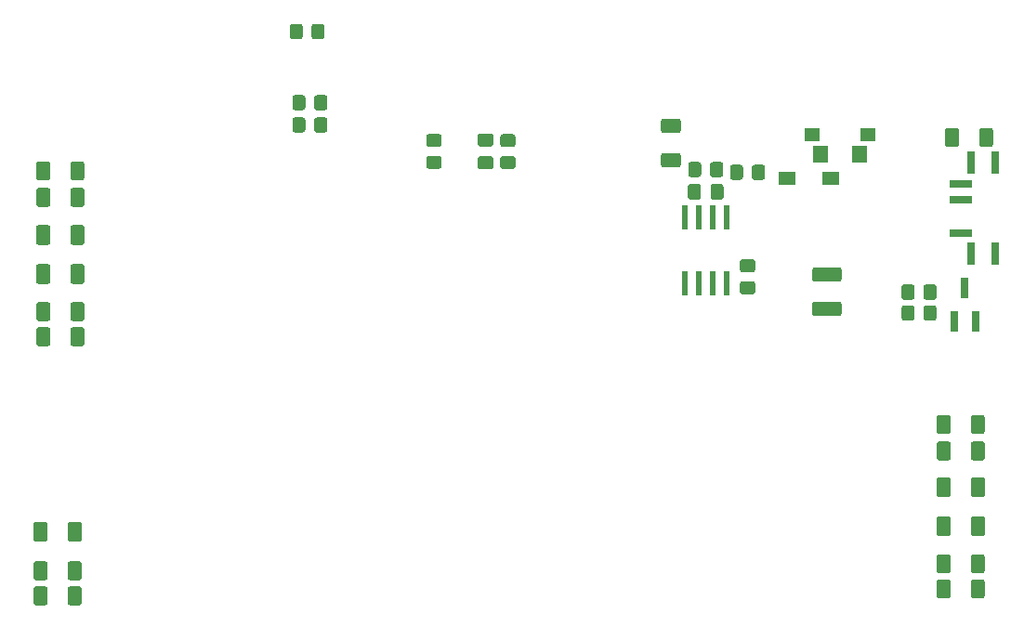
<source format=gtp>
G04 #@! TF.GenerationSoftware,KiCad,Pcbnew,(5.1.8)-1*
G04 #@! TF.CreationDate,2021-07-21T13:34:53+02:00*
G04 #@! TF.ProjectId,sensactHsLed,73656e73-6163-4744-9873-4c65642e6b69,rev?*
G04 #@! TF.SameCoordinates,Original*
G04 #@! TF.FileFunction,Paste,Top*
G04 #@! TF.FilePolarity,Positive*
%FSLAX46Y46*%
G04 Gerber Fmt 4.6, Leading zero omitted, Abs format (unit mm)*
G04 Created by KiCad (PCBNEW (5.1.8)-1) date 2021-07-21 13:34:53*
%MOMM*%
%LPD*%
G01*
G04 APERTURE LIST*
%ADD10R,1.600000X1.200000*%
%ADD11R,0.800000X2.000000*%
%ADD12R,2.000000X0.700000*%
%ADD13R,1.400000X1.200000*%
%ADD14R,1.400000X1.600000*%
%ADD15R,0.800000X1.900000*%
%ADD16R,0.600000X2.200000*%
G04 APERTURE END LIST*
D10*
X179165000Y-112649000D03*
X175165000Y-112649000D03*
G36*
G01*
X171977000Y-112591001D02*
X171977000Y-111690999D01*
G75*
G02*
X172226999Y-111441000I249999J0D01*
G01*
X172927001Y-111441000D01*
G75*
G02*
X173177000Y-111690999I0J-249999D01*
G01*
X173177000Y-112591001D01*
G75*
G02*
X172927001Y-112841000I-249999J0D01*
G01*
X172226999Y-112841000D01*
G75*
G02*
X171977000Y-112591001I0J249999D01*
G01*
G37*
G36*
G01*
X169977000Y-112591001D02*
X169977000Y-111690999D01*
G75*
G02*
X170226999Y-111441000I249999J0D01*
G01*
X170927001Y-111441000D01*
G75*
G02*
X171177000Y-111690999I0J-249999D01*
G01*
X171177000Y-112591001D01*
G75*
G02*
X170927001Y-112841000I-249999J0D01*
G01*
X170226999Y-112841000D01*
G75*
G02*
X169977000Y-112591001I0J249999D01*
G01*
G37*
G36*
G01*
X168167000Y-112337001D02*
X168167000Y-111436999D01*
G75*
G02*
X168416999Y-111187000I249999J0D01*
G01*
X169117001Y-111187000D01*
G75*
G02*
X169367000Y-111436999I0J-249999D01*
G01*
X169367000Y-112337001D01*
G75*
G02*
X169117001Y-112587000I-249999J0D01*
G01*
X168416999Y-112587000D01*
G75*
G02*
X168167000Y-112337001I0J249999D01*
G01*
G37*
G36*
G01*
X166167000Y-112337001D02*
X166167000Y-111436999D01*
G75*
G02*
X166416999Y-111187000I249999J0D01*
G01*
X167117001Y-111187000D01*
G75*
G02*
X167367000Y-111436999I0J-249999D01*
G01*
X167367000Y-112337001D01*
G75*
G02*
X167117001Y-112587000I-249999J0D01*
G01*
X166416999Y-112587000D01*
G75*
G02*
X166167000Y-112337001I0J249999D01*
G01*
G37*
G36*
G01*
X179916001Y-122124500D02*
X177715999Y-122124500D01*
G75*
G02*
X177466000Y-121874501I0J249999D01*
G01*
X177466000Y-121049499D01*
G75*
G02*
X177715999Y-120799500I249999J0D01*
G01*
X179916001Y-120799500D01*
G75*
G02*
X180166000Y-121049499I0J-249999D01*
G01*
X180166000Y-121874501D01*
G75*
G02*
X179916001Y-122124500I-249999J0D01*
G01*
G37*
G36*
G01*
X179916001Y-125249500D02*
X177715999Y-125249500D01*
G75*
G02*
X177466000Y-124999501I0J249999D01*
G01*
X177466000Y-124174499D01*
G75*
G02*
X177715999Y-123924500I249999J0D01*
G01*
X179916001Y-123924500D01*
G75*
G02*
X180166000Y-124174499I0J-249999D01*
G01*
X180166000Y-124999501D01*
G75*
G02*
X179916001Y-125249500I-249999J0D01*
G01*
G37*
G36*
G01*
X191908000Y-150739000D02*
X191908000Y-149489000D01*
G75*
G02*
X192158000Y-149239000I250000J0D01*
G01*
X192958000Y-149239000D01*
G75*
G02*
X193208000Y-149489000I0J-250000D01*
G01*
X193208000Y-150739000D01*
G75*
G02*
X192958000Y-150989000I-250000J0D01*
G01*
X192158000Y-150989000D01*
G75*
G02*
X191908000Y-150739000I0J250000D01*
G01*
G37*
G36*
G01*
X188808000Y-150739000D02*
X188808000Y-149489000D01*
G75*
G02*
X189058000Y-149239000I250000J0D01*
G01*
X189858000Y-149239000D01*
G75*
G02*
X190108000Y-149489000I0J-250000D01*
G01*
X190108000Y-150739000D01*
G75*
G02*
X189858000Y-150989000I-250000J0D01*
G01*
X189058000Y-150989000D01*
G75*
G02*
X188808000Y-150739000I0J250000D01*
G01*
G37*
G36*
G01*
X191908000Y-148453000D02*
X191908000Y-147203000D01*
G75*
G02*
X192158000Y-146953000I250000J0D01*
G01*
X192958000Y-146953000D01*
G75*
G02*
X193208000Y-147203000I0J-250000D01*
G01*
X193208000Y-148453000D01*
G75*
G02*
X192958000Y-148703000I-250000J0D01*
G01*
X192158000Y-148703000D01*
G75*
G02*
X191908000Y-148453000I0J250000D01*
G01*
G37*
G36*
G01*
X188808000Y-148453000D02*
X188808000Y-147203000D01*
G75*
G02*
X189058000Y-146953000I250000J0D01*
G01*
X189858000Y-146953000D01*
G75*
G02*
X190108000Y-147203000I0J-250000D01*
G01*
X190108000Y-148453000D01*
G75*
G02*
X189858000Y-148703000I-250000J0D01*
G01*
X189058000Y-148703000D01*
G75*
G02*
X188808000Y-148453000I0J250000D01*
G01*
G37*
G36*
G01*
X191908000Y-135753000D02*
X191908000Y-134503000D01*
G75*
G02*
X192158000Y-134253000I250000J0D01*
G01*
X192958000Y-134253000D01*
G75*
G02*
X193208000Y-134503000I0J-250000D01*
G01*
X193208000Y-135753000D01*
G75*
G02*
X192958000Y-136003000I-250000J0D01*
G01*
X192158000Y-136003000D01*
G75*
G02*
X191908000Y-135753000I0J250000D01*
G01*
G37*
G36*
G01*
X188808000Y-135753000D02*
X188808000Y-134503000D01*
G75*
G02*
X189058000Y-134253000I250000J0D01*
G01*
X189858000Y-134253000D01*
G75*
G02*
X190108000Y-134503000I0J-250000D01*
G01*
X190108000Y-135753000D01*
G75*
G02*
X189858000Y-136003000I-250000J0D01*
G01*
X189058000Y-136003000D01*
G75*
G02*
X188808000Y-135753000I0J250000D01*
G01*
G37*
G36*
G01*
X191908000Y-138166000D02*
X191908000Y-136916000D01*
G75*
G02*
X192158000Y-136666000I250000J0D01*
G01*
X192958000Y-136666000D01*
G75*
G02*
X193208000Y-136916000I0J-250000D01*
G01*
X193208000Y-138166000D01*
G75*
G02*
X192958000Y-138416000I-250000J0D01*
G01*
X192158000Y-138416000D01*
G75*
G02*
X191908000Y-138166000I0J250000D01*
G01*
G37*
G36*
G01*
X188808000Y-138166000D02*
X188808000Y-136916000D01*
G75*
G02*
X189058000Y-136666000I250000J0D01*
G01*
X189858000Y-136666000D01*
G75*
G02*
X190108000Y-136916000I0J-250000D01*
G01*
X190108000Y-138166000D01*
G75*
G02*
X189858000Y-138416000I-250000J0D01*
G01*
X189058000Y-138416000D01*
G75*
G02*
X188808000Y-138166000I0J250000D01*
G01*
G37*
G36*
G01*
X107812000Y-150124000D02*
X107812000Y-151374000D01*
G75*
G02*
X107562000Y-151624000I-250000J0D01*
G01*
X106762000Y-151624000D01*
G75*
G02*
X106512000Y-151374000I0J250000D01*
G01*
X106512000Y-150124000D01*
G75*
G02*
X106762000Y-149874000I250000J0D01*
G01*
X107562000Y-149874000D01*
G75*
G02*
X107812000Y-150124000I0J-250000D01*
G01*
G37*
G36*
G01*
X110912000Y-150124000D02*
X110912000Y-151374000D01*
G75*
G02*
X110662000Y-151624000I-250000J0D01*
G01*
X109862000Y-151624000D01*
G75*
G02*
X109612000Y-151374000I0J250000D01*
G01*
X109612000Y-150124000D01*
G75*
G02*
X109862000Y-149874000I250000J0D01*
G01*
X110662000Y-149874000D01*
G75*
G02*
X110912000Y-150124000I0J-250000D01*
G01*
G37*
G36*
G01*
X107812000Y-147838000D02*
X107812000Y-149088000D01*
G75*
G02*
X107562000Y-149338000I-250000J0D01*
G01*
X106762000Y-149338000D01*
G75*
G02*
X106512000Y-149088000I0J250000D01*
G01*
X106512000Y-147838000D01*
G75*
G02*
X106762000Y-147588000I250000J0D01*
G01*
X107562000Y-147588000D01*
G75*
G02*
X107812000Y-147838000I0J-250000D01*
G01*
G37*
G36*
G01*
X110912000Y-147838000D02*
X110912000Y-149088000D01*
G75*
G02*
X110662000Y-149338000I-250000J0D01*
G01*
X109862000Y-149338000D01*
G75*
G02*
X109612000Y-149088000I0J250000D01*
G01*
X109612000Y-147838000D01*
G75*
G02*
X109862000Y-147588000I250000J0D01*
G01*
X110662000Y-147588000D01*
G75*
G02*
X110912000Y-147838000I0J-250000D01*
G01*
G37*
G36*
G01*
X108066000Y-126502000D02*
X108066000Y-127752000D01*
G75*
G02*
X107816000Y-128002000I-250000J0D01*
G01*
X107016000Y-128002000D01*
G75*
G02*
X106766000Y-127752000I0J250000D01*
G01*
X106766000Y-126502000D01*
G75*
G02*
X107016000Y-126252000I250000J0D01*
G01*
X107816000Y-126252000D01*
G75*
G02*
X108066000Y-126502000I0J-250000D01*
G01*
G37*
G36*
G01*
X111166000Y-126502000D02*
X111166000Y-127752000D01*
G75*
G02*
X110916000Y-128002000I-250000J0D01*
G01*
X110116000Y-128002000D01*
G75*
G02*
X109866000Y-127752000I0J250000D01*
G01*
X109866000Y-126502000D01*
G75*
G02*
X110116000Y-126252000I250000J0D01*
G01*
X110916000Y-126252000D01*
G75*
G02*
X111166000Y-126502000I0J-250000D01*
G01*
G37*
G36*
G01*
X108066000Y-124216000D02*
X108066000Y-125466000D01*
G75*
G02*
X107816000Y-125716000I-250000J0D01*
G01*
X107016000Y-125716000D01*
G75*
G02*
X106766000Y-125466000I0J250000D01*
G01*
X106766000Y-124216000D01*
G75*
G02*
X107016000Y-123966000I250000J0D01*
G01*
X107816000Y-123966000D01*
G75*
G02*
X108066000Y-124216000I0J-250000D01*
G01*
G37*
G36*
G01*
X111166000Y-124216000D02*
X111166000Y-125466000D01*
G75*
G02*
X110916000Y-125716000I-250000J0D01*
G01*
X110116000Y-125716000D01*
G75*
G02*
X109866000Y-125466000I0J250000D01*
G01*
X109866000Y-124216000D01*
G75*
G02*
X110116000Y-123966000I250000J0D01*
G01*
X110916000Y-123966000D01*
G75*
G02*
X111166000Y-124216000I0J-250000D01*
G01*
G37*
G36*
G01*
X108066000Y-111389000D02*
X108066000Y-112639000D01*
G75*
G02*
X107816000Y-112889000I-250000J0D01*
G01*
X107016000Y-112889000D01*
G75*
G02*
X106766000Y-112639000I0J250000D01*
G01*
X106766000Y-111389000D01*
G75*
G02*
X107016000Y-111139000I250000J0D01*
G01*
X107816000Y-111139000D01*
G75*
G02*
X108066000Y-111389000I0J-250000D01*
G01*
G37*
G36*
G01*
X111166000Y-111389000D02*
X111166000Y-112639000D01*
G75*
G02*
X110916000Y-112889000I-250000J0D01*
G01*
X110116000Y-112889000D01*
G75*
G02*
X109866000Y-112639000I0J250000D01*
G01*
X109866000Y-111389000D01*
G75*
G02*
X110116000Y-111139000I250000J0D01*
G01*
X110916000Y-111139000D01*
G75*
G02*
X111166000Y-111389000I0J-250000D01*
G01*
G37*
G36*
G01*
X108066000Y-113802000D02*
X108066000Y-115052000D01*
G75*
G02*
X107816000Y-115302000I-250000J0D01*
G01*
X107016000Y-115302000D01*
G75*
G02*
X106766000Y-115052000I0J250000D01*
G01*
X106766000Y-113802000D01*
G75*
G02*
X107016000Y-113552000I250000J0D01*
G01*
X107816000Y-113552000D01*
G75*
G02*
X108066000Y-113802000I0J-250000D01*
G01*
G37*
G36*
G01*
X111166000Y-113802000D02*
X111166000Y-115052000D01*
G75*
G02*
X110916000Y-115302000I-250000J0D01*
G01*
X110116000Y-115302000D01*
G75*
G02*
X109866000Y-115052000I0J250000D01*
G01*
X109866000Y-113802000D01*
G75*
G02*
X110116000Y-113552000I250000J0D01*
G01*
X110916000Y-113552000D01*
G75*
G02*
X111166000Y-113802000I0J-250000D01*
G01*
G37*
G36*
G01*
X186798000Y-124517999D02*
X186798000Y-125418001D01*
G75*
G02*
X186548001Y-125668000I-249999J0D01*
G01*
X185847999Y-125668000D01*
G75*
G02*
X185598000Y-125418001I0J249999D01*
G01*
X185598000Y-124517999D01*
G75*
G02*
X185847999Y-124268000I249999J0D01*
G01*
X186548001Y-124268000D01*
G75*
G02*
X186798000Y-124517999I0J-249999D01*
G01*
G37*
G36*
G01*
X188798000Y-124517999D02*
X188798000Y-125418001D01*
G75*
G02*
X188548001Y-125668000I-249999J0D01*
G01*
X187847999Y-125668000D01*
G75*
G02*
X187598000Y-125418001I0J249999D01*
G01*
X187598000Y-124517999D01*
G75*
G02*
X187847999Y-124268000I249999J0D01*
G01*
X188548001Y-124268000D01*
G75*
G02*
X188798000Y-124517999I0J-249999D01*
G01*
G37*
G36*
G01*
X108066000Y-117205999D02*
X108066000Y-118506001D01*
G75*
G02*
X107816001Y-118756000I-249999J0D01*
G01*
X106990999Y-118756000D01*
G75*
G02*
X106741000Y-118506001I0J249999D01*
G01*
X106741000Y-117205999D01*
G75*
G02*
X106990999Y-116956000I249999J0D01*
G01*
X107816001Y-116956000D01*
G75*
G02*
X108066000Y-117205999I0J-249999D01*
G01*
G37*
G36*
G01*
X111191000Y-117205999D02*
X111191000Y-118506001D01*
G75*
G02*
X110941001Y-118756000I-249999J0D01*
G01*
X110115999Y-118756000D01*
G75*
G02*
X109866000Y-118506001I0J249999D01*
G01*
X109866000Y-117205999D01*
G75*
G02*
X110115999Y-116956000I249999J0D01*
G01*
X110941001Y-116956000D01*
G75*
G02*
X111191000Y-117205999I0J-249999D01*
G01*
G37*
G36*
G01*
X108066000Y-120761999D02*
X108066000Y-122062001D01*
G75*
G02*
X107816001Y-122312000I-249999J0D01*
G01*
X106990999Y-122312000D01*
G75*
G02*
X106741000Y-122062001I0J249999D01*
G01*
X106741000Y-120761999D01*
G75*
G02*
X106990999Y-120512000I249999J0D01*
G01*
X107816001Y-120512000D01*
G75*
G02*
X108066000Y-120761999I0J-249999D01*
G01*
G37*
G36*
G01*
X111191000Y-120761999D02*
X111191000Y-122062001D01*
G75*
G02*
X110941001Y-122312000I-249999J0D01*
G01*
X110115999Y-122312000D01*
G75*
G02*
X109866000Y-122062001I0J249999D01*
G01*
X109866000Y-120761999D01*
G75*
G02*
X110115999Y-120512000I249999J0D01*
G01*
X110941001Y-120512000D01*
G75*
G02*
X111191000Y-120761999I0J-249999D01*
G01*
G37*
G36*
G01*
X107812000Y-144256999D02*
X107812000Y-145557001D01*
G75*
G02*
X107562001Y-145807000I-249999J0D01*
G01*
X106736999Y-145807000D01*
G75*
G02*
X106487000Y-145557001I0J249999D01*
G01*
X106487000Y-144256999D01*
G75*
G02*
X106736999Y-144007000I249999J0D01*
G01*
X107562001Y-144007000D01*
G75*
G02*
X107812000Y-144256999I0J-249999D01*
G01*
G37*
G36*
G01*
X110937000Y-144256999D02*
X110937000Y-145557001D01*
G75*
G02*
X110687001Y-145807000I-249999J0D01*
G01*
X109861999Y-145807000D01*
G75*
G02*
X109612000Y-145557001I0J249999D01*
G01*
X109612000Y-144256999D01*
G75*
G02*
X109861999Y-144007000I249999J0D01*
G01*
X110687001Y-144007000D01*
G75*
G02*
X110937000Y-144256999I0J-249999D01*
G01*
G37*
G36*
G01*
X191908000Y-141493001D02*
X191908000Y-140192999D01*
G75*
G02*
X192157999Y-139943000I249999J0D01*
G01*
X192983001Y-139943000D01*
G75*
G02*
X193233000Y-140192999I0J-249999D01*
G01*
X193233000Y-141493001D01*
G75*
G02*
X192983001Y-141743000I-249999J0D01*
G01*
X192157999Y-141743000D01*
G75*
G02*
X191908000Y-141493001I0J249999D01*
G01*
G37*
G36*
G01*
X188783000Y-141493001D02*
X188783000Y-140192999D01*
G75*
G02*
X189032999Y-139943000I249999J0D01*
G01*
X189858001Y-139943000D01*
G75*
G02*
X190108000Y-140192999I0J-249999D01*
G01*
X190108000Y-141493001D01*
G75*
G02*
X189858001Y-141743000I-249999J0D01*
G01*
X189032999Y-141743000D01*
G75*
G02*
X188783000Y-141493001I0J249999D01*
G01*
G37*
G36*
G01*
X191908000Y-145049001D02*
X191908000Y-143748999D01*
G75*
G02*
X192157999Y-143499000I249999J0D01*
G01*
X192983001Y-143499000D01*
G75*
G02*
X193233000Y-143748999I0J-249999D01*
G01*
X193233000Y-145049001D01*
G75*
G02*
X192983001Y-145299000I-249999J0D01*
G01*
X192157999Y-145299000D01*
G75*
G02*
X191908000Y-145049001I0J249999D01*
G01*
G37*
G36*
G01*
X188783000Y-145049001D02*
X188783000Y-143748999D01*
G75*
G02*
X189032999Y-143499000I249999J0D01*
G01*
X189858001Y-143499000D01*
G75*
G02*
X190108000Y-143748999I0J-249999D01*
G01*
X190108000Y-145049001D01*
G75*
G02*
X189858001Y-145299000I-249999J0D01*
G01*
X189032999Y-145299000D01*
G75*
G02*
X188783000Y-145049001I0J249999D01*
G01*
G37*
D11*
X191930000Y-119569000D03*
X191930000Y-111269000D03*
X194140000Y-111269000D03*
X194140000Y-119569000D03*
D12*
X191030000Y-113169000D03*
X191030000Y-114669000D03*
X191030000Y-117669000D03*
D13*
X182550000Y-108750000D03*
D14*
X181800000Y-110450000D03*
D13*
X177450000Y-108750000D03*
D14*
X178200000Y-110450000D03*
G36*
G01*
X132099000Y-106241001D02*
X132099000Y-105340999D01*
G75*
G02*
X132348999Y-105091000I249999J0D01*
G01*
X133049001Y-105091000D01*
G75*
G02*
X133299000Y-105340999I0J-249999D01*
G01*
X133299000Y-106241001D01*
G75*
G02*
X133049001Y-106491000I-249999J0D01*
G01*
X132348999Y-106491000D01*
G75*
G02*
X132099000Y-106241001I0J249999D01*
G01*
G37*
G36*
G01*
X130099000Y-106241001D02*
X130099000Y-105340999D01*
G75*
G02*
X130348999Y-105091000I249999J0D01*
G01*
X131049001Y-105091000D01*
G75*
G02*
X131299000Y-105340999I0J-249999D01*
G01*
X131299000Y-106241001D01*
G75*
G02*
X131049001Y-106491000I-249999J0D01*
G01*
X130348999Y-106491000D01*
G75*
G02*
X130099000Y-106241001I0J249999D01*
G01*
G37*
G36*
G01*
X132099000Y-108273001D02*
X132099000Y-107372999D01*
G75*
G02*
X132348999Y-107123000I249999J0D01*
G01*
X133049001Y-107123000D01*
G75*
G02*
X133299000Y-107372999I0J-249999D01*
G01*
X133299000Y-108273001D01*
G75*
G02*
X133049001Y-108523000I-249999J0D01*
G01*
X132348999Y-108523000D01*
G75*
G02*
X132099000Y-108273001I0J249999D01*
G01*
G37*
G36*
G01*
X130099000Y-108273001D02*
X130099000Y-107372999D01*
G75*
G02*
X130348999Y-107123000I249999J0D01*
G01*
X131049001Y-107123000D01*
G75*
G02*
X131299000Y-107372999I0J-249999D01*
G01*
X131299000Y-108273001D01*
G75*
G02*
X131049001Y-108523000I-249999J0D01*
G01*
X130348999Y-108523000D01*
G75*
G02*
X130099000Y-108273001I0J249999D01*
G01*
G37*
G36*
G01*
X131845000Y-99764001D02*
X131845000Y-98863999D01*
G75*
G02*
X132094999Y-98614000I249999J0D01*
G01*
X132795001Y-98614000D01*
G75*
G02*
X133045000Y-98863999I0J-249999D01*
G01*
X133045000Y-99764001D01*
G75*
G02*
X132795001Y-100014000I-249999J0D01*
G01*
X132094999Y-100014000D01*
G75*
G02*
X131845000Y-99764001I0J249999D01*
G01*
G37*
G36*
G01*
X129845000Y-99764001D02*
X129845000Y-98863999D01*
G75*
G02*
X130094999Y-98614000I249999J0D01*
G01*
X130795001Y-98614000D01*
G75*
G02*
X131045000Y-98863999I0J-249999D01*
G01*
X131045000Y-99764001D01*
G75*
G02*
X130795001Y-100014000I-249999J0D01*
G01*
X130094999Y-100014000D01*
G75*
G02*
X129845000Y-99764001I0J249999D01*
G01*
G37*
D15*
X191389000Y-122706000D03*
X192339000Y-125706000D03*
X190439000Y-125706000D03*
G36*
G01*
X149282999Y-110652000D02*
X150183001Y-110652000D01*
G75*
G02*
X150433000Y-110901999I0J-249999D01*
G01*
X150433000Y-111602001D01*
G75*
G02*
X150183001Y-111852000I-249999J0D01*
G01*
X149282999Y-111852000D01*
G75*
G02*
X149033000Y-111602001I0J249999D01*
G01*
X149033000Y-110901999D01*
G75*
G02*
X149282999Y-110652000I249999J0D01*
G01*
G37*
G36*
G01*
X149282999Y-108652000D02*
X150183001Y-108652000D01*
G75*
G02*
X150433000Y-108901999I0J-249999D01*
G01*
X150433000Y-109602001D01*
G75*
G02*
X150183001Y-109852000I-249999J0D01*
G01*
X149282999Y-109852000D01*
G75*
G02*
X149033000Y-109602001I0J249999D01*
G01*
X149033000Y-108901999D01*
G75*
G02*
X149282999Y-108652000I249999J0D01*
G01*
G37*
G36*
G01*
X147226000Y-110686000D02*
X148176000Y-110686000D01*
G75*
G02*
X148426000Y-110936000I0J-250000D01*
G01*
X148426000Y-111611000D01*
G75*
G02*
X148176000Y-111861000I-250000J0D01*
G01*
X147226000Y-111861000D01*
G75*
G02*
X146976000Y-111611000I0J250000D01*
G01*
X146976000Y-110936000D01*
G75*
G02*
X147226000Y-110686000I250000J0D01*
G01*
G37*
G36*
G01*
X147226000Y-108611000D02*
X148176000Y-108611000D01*
G75*
G02*
X148426000Y-108861000I0J-250000D01*
G01*
X148426000Y-109536000D01*
G75*
G02*
X148176000Y-109786000I-250000J0D01*
G01*
X147226000Y-109786000D01*
G75*
G02*
X146976000Y-109536000I0J250000D01*
G01*
X146976000Y-108861000D01*
G75*
G02*
X147226000Y-108611000I250000J0D01*
G01*
G37*
G36*
G01*
X142551999Y-110636000D02*
X143452001Y-110636000D01*
G75*
G02*
X143702000Y-110885999I0J-249999D01*
G01*
X143702000Y-111586001D01*
G75*
G02*
X143452001Y-111836000I-249999J0D01*
G01*
X142551999Y-111836000D01*
G75*
G02*
X142302000Y-111586001I0J249999D01*
G01*
X142302000Y-110885999D01*
G75*
G02*
X142551999Y-110636000I249999J0D01*
G01*
G37*
G36*
G01*
X142551999Y-108636000D02*
X143452001Y-108636000D01*
G75*
G02*
X143702000Y-108885999I0J-249999D01*
G01*
X143702000Y-109586001D01*
G75*
G02*
X143452001Y-109836000I-249999J0D01*
G01*
X142551999Y-109836000D01*
G75*
G02*
X142302000Y-109586001I0J249999D01*
G01*
X142302000Y-108885999D01*
G75*
G02*
X142551999Y-108636000I249999J0D01*
G01*
G37*
G36*
G01*
X192670000Y-109591000D02*
X192670000Y-108341000D01*
G75*
G02*
X192920000Y-108091000I250000J0D01*
G01*
X193720000Y-108091000D01*
G75*
G02*
X193970000Y-108341000I0J-250000D01*
G01*
X193970000Y-109591000D01*
G75*
G02*
X193720000Y-109841000I-250000J0D01*
G01*
X192920000Y-109841000D01*
G75*
G02*
X192670000Y-109591000I0J250000D01*
G01*
G37*
G36*
G01*
X189570000Y-109591000D02*
X189570000Y-108341000D01*
G75*
G02*
X189820000Y-108091000I250000J0D01*
G01*
X190620000Y-108091000D01*
G75*
G02*
X190870000Y-108341000I0J-250000D01*
G01*
X190870000Y-109591000D01*
G75*
G02*
X190620000Y-109841000I-250000J0D01*
G01*
X189820000Y-109841000D01*
G75*
G02*
X189570000Y-109591000I0J250000D01*
G01*
G37*
G36*
G01*
X171126999Y-122066000D02*
X172027001Y-122066000D01*
G75*
G02*
X172277000Y-122315999I0J-249999D01*
G01*
X172277000Y-123016001D01*
G75*
G02*
X172027001Y-123266000I-249999J0D01*
G01*
X171126999Y-123266000D01*
G75*
G02*
X170877000Y-123016001I0J249999D01*
G01*
X170877000Y-122315999D01*
G75*
G02*
X171126999Y-122066000I249999J0D01*
G01*
G37*
G36*
G01*
X171126999Y-120066000D02*
X172027001Y-120066000D01*
G75*
G02*
X172277000Y-120315999I0J-249999D01*
G01*
X172277000Y-121016001D01*
G75*
G02*
X172027001Y-121266000I-249999J0D01*
G01*
X171126999Y-121266000D01*
G75*
G02*
X170877000Y-121016001I0J249999D01*
G01*
X170877000Y-120315999D01*
G75*
G02*
X171126999Y-120066000I249999J0D01*
G01*
G37*
G36*
G01*
X186798000Y-122612999D02*
X186798000Y-123513001D01*
G75*
G02*
X186548001Y-123763000I-249999J0D01*
G01*
X185847999Y-123763000D01*
G75*
G02*
X185598000Y-123513001I0J249999D01*
G01*
X185598000Y-122612999D01*
G75*
G02*
X185847999Y-122363000I249999J0D01*
G01*
X186548001Y-122363000D01*
G75*
G02*
X186798000Y-122612999I0J-249999D01*
G01*
G37*
G36*
G01*
X188798000Y-122612999D02*
X188798000Y-123513001D01*
G75*
G02*
X188548001Y-123763000I-249999J0D01*
G01*
X187847999Y-123763000D01*
G75*
G02*
X187598000Y-123513001I0J249999D01*
G01*
X187598000Y-122612999D01*
G75*
G02*
X187847999Y-122363000I249999J0D01*
G01*
X188548001Y-122363000D01*
G75*
G02*
X188798000Y-122612999I0J-249999D01*
G01*
G37*
G36*
G01*
X163941999Y-110374000D02*
X165242001Y-110374000D01*
G75*
G02*
X165492000Y-110623999I0J-249999D01*
G01*
X165492000Y-111449001D01*
G75*
G02*
X165242001Y-111699000I-249999J0D01*
G01*
X163941999Y-111699000D01*
G75*
G02*
X163692000Y-111449001I0J249999D01*
G01*
X163692000Y-110623999D01*
G75*
G02*
X163941999Y-110374000I249999J0D01*
G01*
G37*
G36*
G01*
X163941999Y-107249000D02*
X165242001Y-107249000D01*
G75*
G02*
X165492000Y-107498999I0J-249999D01*
G01*
X165492000Y-108324001D01*
G75*
G02*
X165242001Y-108574000I-249999J0D01*
G01*
X163941999Y-108574000D01*
G75*
G02*
X163692000Y-108324001I0J249999D01*
G01*
X163692000Y-107498999D01*
G75*
G02*
X163941999Y-107249000I249999J0D01*
G01*
G37*
G36*
G01*
X168217000Y-114394000D02*
X168217000Y-113444000D01*
G75*
G02*
X168467000Y-113194000I250000J0D01*
G01*
X169142000Y-113194000D01*
G75*
G02*
X169392000Y-113444000I0J-250000D01*
G01*
X169392000Y-114394000D01*
G75*
G02*
X169142000Y-114644000I-250000J0D01*
G01*
X168467000Y-114644000D01*
G75*
G02*
X168217000Y-114394000I0J250000D01*
G01*
G37*
G36*
G01*
X166142000Y-114394000D02*
X166142000Y-113444000D01*
G75*
G02*
X166392000Y-113194000I250000J0D01*
G01*
X167067000Y-113194000D01*
G75*
G02*
X167317000Y-113444000I0J-250000D01*
G01*
X167317000Y-114394000D01*
G75*
G02*
X167067000Y-114644000I-250000J0D01*
G01*
X166392000Y-114644000D01*
G75*
G02*
X166142000Y-114394000I0J250000D01*
G01*
G37*
D16*
X169672000Y-122253000D03*
X168402000Y-122253000D03*
X167132000Y-122253000D03*
X165862000Y-122253000D03*
X165862000Y-116253000D03*
X167132000Y-116253000D03*
X168402000Y-116253000D03*
X169672000Y-116253000D03*
M02*

</source>
